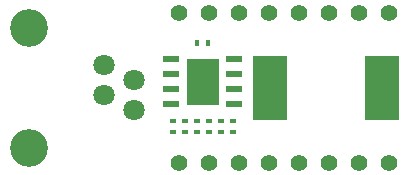
<source format=gts>
G04 (created by PCBNEW (2013-jul-07)-stable) date Mon 06 Jan 2014 12:31:09 PM EST*
%MOIN*%
G04 Gerber Fmt 3.4, Leading zero omitted, Abs format*
%FSLAX34Y34*%
G01*
G70*
G90*
G04 APERTURE LIST*
%ADD10C,0.00590551*%
%ADD11R,0.0551X0.0236*%
%ADD12R,0.1102X0.1575*%
%ADD13R,0.0236X0.0157*%
%ADD14R,0.0157X0.0236*%
%ADD15R,0.11811X0.216535*%
%ADD16C,0.055*%
%ADD17C,0.125984*%
%ADD18C,0.0708661*%
G04 APERTURE END LIST*
G54D10*
G54D11*
X82350Y-58550D03*
X80250Y-58550D03*
X82350Y-59050D03*
X82350Y-59550D03*
X82350Y-60050D03*
X80250Y-59050D03*
X80250Y-59550D03*
X80250Y-60050D03*
G54D12*
X81300Y-59300D03*
G54D13*
X81900Y-60623D03*
X81900Y-60977D03*
X82300Y-60977D03*
X82300Y-60623D03*
X80300Y-60623D03*
X80300Y-60977D03*
X81500Y-60623D03*
X81500Y-60977D03*
X80700Y-60623D03*
X80700Y-60977D03*
X81100Y-60623D03*
X81100Y-60977D03*
G54D14*
X81123Y-58000D03*
X81477Y-58000D03*
G54D15*
X83529Y-59500D03*
X87270Y-59500D03*
G54D16*
X80500Y-62000D03*
X81500Y-62000D03*
X82500Y-62000D03*
X83500Y-62000D03*
X84500Y-62000D03*
X85500Y-62000D03*
X86500Y-62000D03*
X87500Y-62000D03*
X87500Y-57000D03*
X86500Y-57000D03*
X85500Y-57000D03*
X84500Y-57000D03*
X83500Y-57000D03*
X82500Y-57000D03*
X81500Y-57000D03*
X80500Y-57000D03*
G54D17*
X75500Y-57500D03*
X75500Y-61500D03*
G54D18*
X78000Y-58750D03*
X79000Y-59250D03*
X78000Y-59750D03*
X79000Y-60250D03*
M02*

</source>
